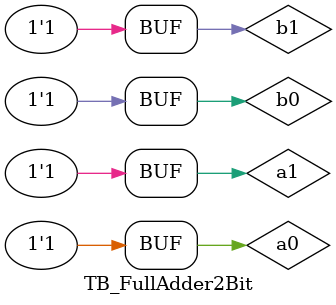
<source format=v>
`timescale 1ns / 1ps
module TB_FullAdder2Bit;
reg a0, b0, a1, b1;
wire Sum0, Sum1, Cout0, Cout1;
// Device Under Test
FullAdder2Bit dut (
.a0(a0), .b0(b0), .a1(a1), .b1(b1), .Sum0(Sum0), .Sum1(Sum1), .Cout1(Cout1)
);
initial begin
#10 a0=0; a1=0; b0=0; b1=0;
#10 a0=0; a1=0; b0=0; b1=1;
#10 a0=0; a1=0; b0=1; b1=0;
#10 a0=0; a1=0; b0=1; b1=1;
#10 a0=0; a1=1; b0=0; b1=0;
#10 a0=0; a1=1; b0=0; b1=1;
#10 a0=0; a1=1; b0=1; b1=0;
#10 a0=0; a1=1; b0=1; b1=1;
#10 a0=1; a1=0; b0=0; b1=0;
#10 a0=1; a1=0; b0=0; b1=1;
#10 a0=1; a1=0; b0=1; b1=0;
#10 a0=1; a1=0; b0=1; b1=1;
#10 a0=1; a1=1; b0=0; b1=0;
#10 a0=1; a1=1; b0=0; b1=1;
#10 a0=1; a1=1; b0=1; b1=0;
#10 a0=1; a1=1; b0=1; b1=1;
end
endmodule

</source>
